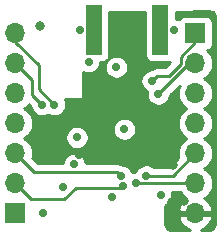
<source format=gbr>
%TF.GenerationSoftware,KiCad,Pcbnew,(5.1.2)-2*%
%TF.CreationDate,2021-02-26T22:53:36+01:00*%
%TF.ProjectId,NRF52_Basic,4e524635-325f-4426-9173-69632e6b6963,V1*%
%TF.SameCoordinates,Original*%
%TF.FileFunction,Copper,L4,Bot*%
%TF.FilePolarity,Positive*%
%FSLAX46Y46*%
G04 Gerber Fmt 4.6, Leading zero omitted, Abs format (unit mm)*
G04 Created by KiCad (PCBNEW (5.1.2)-2) date 2021-02-26 22:53:36*
%MOMM*%
%LPD*%
G04 APERTURE LIST*
%TA.AperFunction,SMDPad,CuDef*%
%ADD10R,1.350000X4.200000*%
%TD*%
%TA.AperFunction,ComponentPad*%
%ADD11O,1.700000X1.700000*%
%TD*%
%TA.AperFunction,ComponentPad*%
%ADD12R,1.700000X1.700000*%
%TD*%
%TA.AperFunction,ViaPad*%
%ADD13C,0.700000*%
%TD*%
%TA.AperFunction,ViaPad*%
%ADD14C,0.800000*%
%TD*%
%TA.AperFunction,Conductor*%
%ADD15C,0.250000*%
%TD*%
%TA.AperFunction,Conductor*%
%ADD16C,0.254000*%
%TD*%
G04 APERTURE END LIST*
D10*
%TO.P,J4,2*%
%TO.N,VSS*%
X149429240Y-75016360D03*
X143779240Y-75016360D03*
%TD*%
D11*
%TO.P,J2,7*%
%TO.N,0.27*%
X137139680Y-75285600D03*
%TO.P,J2,6*%
%TO.N,0.28*%
X137139680Y-77825600D03*
%TO.P,J2,5*%
%TO.N,0.29*%
X137139680Y-80365600D03*
%TO.P,J2,4*%
%TO.N,0.30*%
X137139680Y-82905600D03*
%TO.P,J2,3*%
%TO.N,0.05_RTS*%
X137139680Y-85445600D03*
%TO.P,J2,2*%
%TO.N,0.06_TX*%
X137139680Y-87985600D03*
D12*
%TO.P,J2,1*%
%TO.N,VSS*%
X137139680Y-90525600D03*
%TD*%
D11*
%TO.P,J1,7*%
%TO.N,VDD*%
X152379680Y-90525600D03*
%TO.P,J1,6*%
%TO.N,0.07_CTS*%
X152379680Y-87985600D03*
%TO.P,J1,5*%
%TO.N,0.08_RX*%
X152379680Y-85445600D03*
%TO.P,J1,4*%
%TO.N,SWO*%
X152379680Y-82905600D03*
%TO.P,J1,3*%
%TO.N,RESET_0.21*%
X152379680Y-80365600D03*
%TO.P,J1,2*%
%TO.N,SWDCLK*%
X152379680Y-77825600D03*
D12*
%TO.P,J1,1*%
%TO.N,SWDIO*%
X152379680Y-75285600D03*
%TD*%
D13*
%TO.N,VSS*%
X143347440Y-77703680D03*
X142590520Y-75026520D03*
X150591520Y-75016360D03*
X142356840Y-84114640D03*
X146370040Y-83418680D03*
X142123160Y-86400640D03*
X141213840Y-88341200D03*
X139496800Y-90545920D03*
X145689320Y-78160880D03*
D14*
X139227560Y-74696320D03*
D13*
X149443440Y-88991440D03*
X145293080Y-89154000D03*
%TO.N,SWDCLK*%
X149240240Y-80446880D03*
%TO.N,SWDIO*%
X148722080Y-79329280D03*
%TO.N,VDD*%
X142488920Y-85613240D03*
X143565880Y-80472280D03*
X150555960Y-90505280D03*
D14*
X140731240Y-85755480D03*
X150464520Y-86420960D03*
X150281640Y-85613240D03*
X151384000Y-89468960D03*
X150388320Y-89555320D03*
D13*
%TO.N,0.28*%
X139395200Y-81335880D03*
%TO.N,0.27*%
X140446760Y-81346040D03*
%TO.N,0.08_RX*%
X148214080Y-87360760D03*
%TO.N,0.07_CTS*%
X147365720Y-87985600D03*
%TO.N,0.06_TX*%
X146248120Y-88239600D03*
%TO.N,0.05_RTS*%
X146110960Y-87391240D03*
%TD*%
D15*
%TO.N,SWDCLK*%
X151861520Y-77825600D02*
X152379680Y-77825600D01*
X149240240Y-80446880D02*
X151861520Y-77825600D01*
%TO.N,SWDIO*%
X148722080Y-79329280D02*
X149138640Y-78912720D01*
X149138640Y-78912720D02*
X150114000Y-78912720D01*
X150114000Y-78912720D02*
X151124920Y-77901800D01*
X151124920Y-77901800D02*
X151124920Y-77322680D01*
X152393360Y-76054240D02*
X152393360Y-75343710D01*
X151124920Y-77322680D02*
X152393360Y-76054240D01*
%TO.N,0.28*%
X139395200Y-81335880D02*
X138582400Y-80523080D01*
X138582400Y-79268320D02*
X137139680Y-77825600D01*
X138582400Y-80523080D02*
X138582400Y-79268320D01*
%TO.N,0.27*%
X140446760Y-81346040D02*
X139115800Y-80015080D01*
X139115800Y-80015080D02*
X139115800Y-77972920D01*
X137133494Y-75990614D02*
X137133494Y-75311591D01*
X139115800Y-77972920D02*
X137133494Y-75990614D01*
%TO.N,0.08_RX*%
X148214080Y-87360760D02*
X148224240Y-87370920D01*
X150454360Y-87370920D02*
X152379680Y-85445600D01*
X148224240Y-87370920D02*
X150454360Y-87370920D01*
%TO.N,0.07_CTS*%
X147365720Y-87985600D02*
X152379680Y-87985600D01*
%TO.N,0.06_TX*%
X146248120Y-88239600D02*
X146121120Y-88366600D01*
X146121120Y-88366600D02*
X142234920Y-88366600D01*
X142234920Y-88366600D02*
X141290040Y-89311480D01*
X138465560Y-89311480D02*
X137139680Y-87985600D01*
X141290040Y-89311480D02*
X138465560Y-89311480D01*
%TO.N,0.05_RTS*%
X146110960Y-87391240D02*
X145745200Y-87025480D01*
X138719560Y-87025480D02*
X137139680Y-85445600D01*
X145745200Y-87025480D02*
X138719560Y-87025480D01*
%TD*%
D16*
%TO.N,VDD*%
G36*
X153671928Y-73452660D02*
G01*
X153761815Y-73478936D01*
X153844887Y-73522172D01*
X153917975Y-73580716D01*
X153978302Y-73652345D01*
X154023568Y-73734329D01*
X154052047Y-73823538D01*
X154065825Y-73944376D01*
X154020193Y-91404781D01*
X154008660Y-91534128D01*
X153982383Y-91624016D01*
X153939149Y-91707086D01*
X153880602Y-91780176D01*
X153808975Y-91840502D01*
X153726990Y-91885769D01*
X153637782Y-91914247D01*
X153516179Y-91928112D01*
X152843448Y-91929169D01*
X153010932Y-91869757D01*
X153261035Y-91720778D01*
X153477268Y-91525869D01*
X153651321Y-91292520D01*
X153776505Y-91029699D01*
X153821156Y-90882490D01*
X153699835Y-90652600D01*
X152506680Y-90652600D01*
X152506680Y-90672600D01*
X152252680Y-90672600D01*
X152252680Y-90652600D01*
X151059525Y-90652600D01*
X150938204Y-90882490D01*
X150982855Y-91029699D01*
X151108039Y-91292520D01*
X151282092Y-91525869D01*
X151498325Y-91720778D01*
X151748428Y-91869757D01*
X151920000Y-91930619D01*
X150333723Y-91933110D01*
X150208758Y-91920857D01*
X150119112Y-91893791D01*
X150036424Y-91849825D01*
X149963852Y-91790637D01*
X149904159Y-91718480D01*
X149859619Y-91636106D01*
X149831926Y-91546644D01*
X149818853Y-91422262D01*
X149804069Y-90011973D01*
X149806910Y-89983964D01*
X149803389Y-89947124D01*
X149803343Y-89942705D01*
X149800308Y-89914878D01*
X149799839Y-89909971D01*
X149910012Y-89864336D01*
X150071341Y-89756539D01*
X150208539Y-89619341D01*
X150316336Y-89458012D01*
X150390587Y-89278754D01*
X150428440Y-89088454D01*
X150428440Y-88894426D01*
X150398837Y-88745600D01*
X151102085Y-88745600D01*
X151138974Y-88814614D01*
X151324546Y-89040734D01*
X151550666Y-89226306D01*
X151615203Y-89260801D01*
X151498325Y-89330422D01*
X151282092Y-89525331D01*
X151108039Y-89758680D01*
X150982855Y-90021501D01*
X150938204Y-90168710D01*
X151059525Y-90398600D01*
X152252680Y-90398600D01*
X152252680Y-90378600D01*
X152506680Y-90378600D01*
X152506680Y-90398600D01*
X153699835Y-90398600D01*
X153821156Y-90168710D01*
X153776505Y-90021501D01*
X153651321Y-89758680D01*
X153477268Y-89525331D01*
X153261035Y-89330422D01*
X153144157Y-89260801D01*
X153208694Y-89226306D01*
X153434814Y-89040734D01*
X153620386Y-88814614D01*
X153758279Y-88556634D01*
X153843193Y-88276711D01*
X153871865Y-87985600D01*
X153843193Y-87694489D01*
X153758279Y-87414566D01*
X153620386Y-87156586D01*
X153434814Y-86930466D01*
X153208694Y-86744894D01*
X153153889Y-86715600D01*
X153208694Y-86686306D01*
X153434814Y-86500734D01*
X153620386Y-86274614D01*
X153758279Y-86016634D01*
X153843193Y-85736711D01*
X153871865Y-85445600D01*
X153843193Y-85154489D01*
X153758279Y-84874566D01*
X153620386Y-84616586D01*
X153434814Y-84390466D01*
X153208694Y-84204894D01*
X153153889Y-84175600D01*
X153208694Y-84146306D01*
X153434814Y-83960734D01*
X153620386Y-83734614D01*
X153758279Y-83476634D01*
X153843193Y-83196711D01*
X153871865Y-82905600D01*
X153843193Y-82614489D01*
X153758279Y-82334566D01*
X153620386Y-82076586D01*
X153434814Y-81850466D01*
X153208694Y-81664894D01*
X153153889Y-81635600D01*
X153208694Y-81606306D01*
X153434814Y-81420734D01*
X153620386Y-81194614D01*
X153758279Y-80936634D01*
X153843193Y-80656711D01*
X153871865Y-80365600D01*
X153843193Y-80074489D01*
X153758279Y-79794566D01*
X153620386Y-79536586D01*
X153434814Y-79310466D01*
X153208694Y-79124894D01*
X153153889Y-79095600D01*
X153208694Y-79066306D01*
X153434814Y-78880734D01*
X153620386Y-78654614D01*
X153758279Y-78396634D01*
X153843193Y-78116711D01*
X153871865Y-77825600D01*
X153843193Y-77534489D01*
X153758279Y-77254566D01*
X153620386Y-76996586D01*
X153434814Y-76770466D01*
X153404993Y-76745993D01*
X153473860Y-76725102D01*
X153584174Y-76666137D01*
X153680865Y-76586785D01*
X153760217Y-76490094D01*
X153819182Y-76379780D01*
X153855492Y-76260082D01*
X153867752Y-76135600D01*
X153867752Y-74435600D01*
X153855492Y-74311118D01*
X153819182Y-74191420D01*
X153760217Y-74081106D01*
X153680865Y-73984415D01*
X153584174Y-73905063D01*
X153473860Y-73846098D01*
X153354162Y-73809788D01*
X153229680Y-73797528D01*
X151529680Y-73797528D01*
X151405198Y-73809788D01*
X151285500Y-73846098D01*
X151175186Y-73905063D01*
X151078495Y-73984415D01*
X150999143Y-74081106D01*
X150982539Y-74112169D01*
X150878834Y-74069213D01*
X150742312Y-74042057D01*
X150742312Y-73454374D01*
X153544977Y-73441340D01*
X153671928Y-73452660D01*
X153671928Y-73452660D01*
G37*
X153671928Y-73452660D02*
X153761815Y-73478936D01*
X153844887Y-73522172D01*
X153917975Y-73580716D01*
X153978302Y-73652345D01*
X154023568Y-73734329D01*
X154052047Y-73823538D01*
X154065825Y-73944376D01*
X154020193Y-91404781D01*
X154008660Y-91534128D01*
X153982383Y-91624016D01*
X153939149Y-91707086D01*
X153880602Y-91780176D01*
X153808975Y-91840502D01*
X153726990Y-91885769D01*
X153637782Y-91914247D01*
X153516179Y-91928112D01*
X152843448Y-91929169D01*
X153010932Y-91869757D01*
X153261035Y-91720778D01*
X153477268Y-91525869D01*
X153651321Y-91292520D01*
X153776505Y-91029699D01*
X153821156Y-90882490D01*
X153699835Y-90652600D01*
X152506680Y-90652600D01*
X152506680Y-90672600D01*
X152252680Y-90672600D01*
X152252680Y-90652600D01*
X151059525Y-90652600D01*
X150938204Y-90882490D01*
X150982855Y-91029699D01*
X151108039Y-91292520D01*
X151282092Y-91525869D01*
X151498325Y-91720778D01*
X151748428Y-91869757D01*
X151920000Y-91930619D01*
X150333723Y-91933110D01*
X150208758Y-91920857D01*
X150119112Y-91893791D01*
X150036424Y-91849825D01*
X149963852Y-91790637D01*
X149904159Y-91718480D01*
X149859619Y-91636106D01*
X149831926Y-91546644D01*
X149818853Y-91422262D01*
X149804069Y-90011973D01*
X149806910Y-89983964D01*
X149803389Y-89947124D01*
X149803343Y-89942705D01*
X149800308Y-89914878D01*
X149799839Y-89909971D01*
X149910012Y-89864336D01*
X150071341Y-89756539D01*
X150208539Y-89619341D01*
X150316336Y-89458012D01*
X150390587Y-89278754D01*
X150428440Y-89088454D01*
X150428440Y-88894426D01*
X150398837Y-88745600D01*
X151102085Y-88745600D01*
X151138974Y-88814614D01*
X151324546Y-89040734D01*
X151550666Y-89226306D01*
X151615203Y-89260801D01*
X151498325Y-89330422D01*
X151282092Y-89525331D01*
X151108039Y-89758680D01*
X150982855Y-90021501D01*
X150938204Y-90168710D01*
X151059525Y-90398600D01*
X152252680Y-90398600D01*
X152252680Y-90378600D01*
X152506680Y-90378600D01*
X152506680Y-90398600D01*
X153699835Y-90398600D01*
X153821156Y-90168710D01*
X153776505Y-90021501D01*
X153651321Y-89758680D01*
X153477268Y-89525331D01*
X153261035Y-89330422D01*
X153144157Y-89260801D01*
X153208694Y-89226306D01*
X153434814Y-89040734D01*
X153620386Y-88814614D01*
X153758279Y-88556634D01*
X153843193Y-88276711D01*
X153871865Y-87985600D01*
X153843193Y-87694489D01*
X153758279Y-87414566D01*
X153620386Y-87156586D01*
X153434814Y-86930466D01*
X153208694Y-86744894D01*
X153153889Y-86715600D01*
X153208694Y-86686306D01*
X153434814Y-86500734D01*
X153620386Y-86274614D01*
X153758279Y-86016634D01*
X153843193Y-85736711D01*
X153871865Y-85445600D01*
X153843193Y-85154489D01*
X153758279Y-84874566D01*
X153620386Y-84616586D01*
X153434814Y-84390466D01*
X153208694Y-84204894D01*
X153153889Y-84175600D01*
X153208694Y-84146306D01*
X153434814Y-83960734D01*
X153620386Y-83734614D01*
X153758279Y-83476634D01*
X153843193Y-83196711D01*
X153871865Y-82905600D01*
X153843193Y-82614489D01*
X153758279Y-82334566D01*
X153620386Y-82076586D01*
X153434814Y-81850466D01*
X153208694Y-81664894D01*
X153153889Y-81635600D01*
X153208694Y-81606306D01*
X153434814Y-81420734D01*
X153620386Y-81194614D01*
X153758279Y-80936634D01*
X153843193Y-80656711D01*
X153871865Y-80365600D01*
X153843193Y-80074489D01*
X153758279Y-79794566D01*
X153620386Y-79536586D01*
X153434814Y-79310466D01*
X153208694Y-79124894D01*
X153153889Y-79095600D01*
X153208694Y-79066306D01*
X153434814Y-78880734D01*
X153620386Y-78654614D01*
X153758279Y-78396634D01*
X153843193Y-78116711D01*
X153871865Y-77825600D01*
X153843193Y-77534489D01*
X153758279Y-77254566D01*
X153620386Y-76996586D01*
X153434814Y-76770466D01*
X153404993Y-76745993D01*
X153473860Y-76725102D01*
X153584174Y-76666137D01*
X153680865Y-76586785D01*
X153760217Y-76490094D01*
X153819182Y-76379780D01*
X153855492Y-76260082D01*
X153867752Y-76135600D01*
X153867752Y-74435600D01*
X153855492Y-74311118D01*
X153819182Y-74191420D01*
X153760217Y-74081106D01*
X153680865Y-73984415D01*
X153584174Y-73905063D01*
X153473860Y-73846098D01*
X153354162Y-73809788D01*
X153229680Y-73797528D01*
X151529680Y-73797528D01*
X151405198Y-73809788D01*
X151285500Y-73846098D01*
X151175186Y-73905063D01*
X151078495Y-73984415D01*
X150999143Y-74081106D01*
X150982539Y-74112169D01*
X150878834Y-74069213D01*
X150742312Y-74042057D01*
X150742312Y-73454374D01*
X153544977Y-73441340D01*
X153671928Y-73452660D01*
G36*
X148116168Y-77116360D02*
G01*
X148128428Y-77240842D01*
X148164738Y-77360540D01*
X148223703Y-77470854D01*
X148303055Y-77567545D01*
X148399746Y-77646897D01*
X148510060Y-77705862D01*
X148629758Y-77742172D01*
X148754240Y-77754432D01*
X150104240Y-77754432D01*
X150207673Y-77744245D01*
X149799199Y-78152720D01*
X149175963Y-78152720D01*
X149138640Y-78149044D01*
X149101317Y-78152720D01*
X149101307Y-78152720D01*
X148989654Y-78163717D01*
X148846393Y-78207174D01*
X148714364Y-78277746D01*
X148633292Y-78344280D01*
X148625066Y-78344280D01*
X148434766Y-78382133D01*
X148255508Y-78456384D01*
X148094179Y-78564181D01*
X147956981Y-78701379D01*
X147849184Y-78862708D01*
X147774933Y-79041966D01*
X147737080Y-79232266D01*
X147737080Y-79426294D01*
X147774933Y-79616594D01*
X147849184Y-79795852D01*
X147956981Y-79957181D01*
X148094179Y-80094379D01*
X148255508Y-80202176D01*
X148282402Y-80213316D01*
X148255240Y-80349866D01*
X148255240Y-80543894D01*
X148293093Y-80734194D01*
X148367344Y-80913452D01*
X148475141Y-81074781D01*
X148612339Y-81211979D01*
X148773668Y-81319776D01*
X148952926Y-81394027D01*
X149143226Y-81431880D01*
X149337254Y-81431880D01*
X149527554Y-81394027D01*
X149706812Y-81319776D01*
X149868141Y-81211979D01*
X150005339Y-81074781D01*
X150113136Y-80913452D01*
X150187387Y-80734194D01*
X150225240Y-80543894D01*
X150225240Y-80536681D01*
X151039807Y-79722114D01*
X151001081Y-79794566D01*
X150916167Y-80074489D01*
X150887495Y-80365600D01*
X150916167Y-80656711D01*
X151001081Y-80936634D01*
X151138974Y-81194614D01*
X151324546Y-81420734D01*
X151550666Y-81606306D01*
X151605471Y-81635600D01*
X151550666Y-81664894D01*
X151324546Y-81850466D01*
X151138974Y-82076586D01*
X151001081Y-82334566D01*
X150916167Y-82614489D01*
X150887495Y-82905600D01*
X150916167Y-83196711D01*
X151001081Y-83476634D01*
X151138974Y-83734614D01*
X151324546Y-83960734D01*
X151550666Y-84146306D01*
X151605471Y-84175600D01*
X151550666Y-84204894D01*
X151324546Y-84390466D01*
X151138974Y-84616586D01*
X151001081Y-84874566D01*
X150916167Y-85154489D01*
X150887495Y-85445600D01*
X150916167Y-85736711D01*
X150938883Y-85811595D01*
X150139559Y-86610920D01*
X148857240Y-86610920D01*
X148841981Y-86595661D01*
X148680652Y-86487864D01*
X148501394Y-86413613D01*
X148311094Y-86375760D01*
X148117066Y-86375760D01*
X147926766Y-86413613D01*
X147747508Y-86487864D01*
X147586179Y-86595661D01*
X147448981Y-86732859D01*
X147341184Y-86894188D01*
X147297107Y-87000600D01*
X147268706Y-87000600D01*
X147078406Y-87038453D01*
X147037932Y-87055218D01*
X146983856Y-86924668D01*
X146876059Y-86763339D01*
X146738861Y-86626141D01*
X146577532Y-86518344D01*
X146398274Y-86444093D01*
X146207974Y-86406240D01*
X146188648Y-86406240D01*
X146169476Y-86390506D01*
X146037447Y-86319934D01*
X145894186Y-86276477D01*
X145782533Y-86265480D01*
X145782522Y-86265480D01*
X145745200Y-86261804D01*
X145707878Y-86265480D01*
X143100572Y-86265480D01*
X143070307Y-86113326D01*
X142996056Y-85934068D01*
X142888259Y-85772739D01*
X142751061Y-85635541D01*
X142589732Y-85527744D01*
X142410474Y-85453493D01*
X142220174Y-85415640D01*
X142026146Y-85415640D01*
X141835846Y-85453493D01*
X141656588Y-85527744D01*
X141495259Y-85635541D01*
X141358061Y-85772739D01*
X141250264Y-85934068D01*
X141176013Y-86113326D01*
X141145748Y-86265480D01*
X139034362Y-86265480D01*
X138580477Y-85811595D01*
X138603193Y-85736711D01*
X138631865Y-85445600D01*
X138603193Y-85154489D01*
X138518279Y-84874566D01*
X138380386Y-84616586D01*
X138194814Y-84390466D01*
X137968694Y-84204894D01*
X137913889Y-84175600D01*
X137968694Y-84146306D01*
X138125490Y-84017626D01*
X141371840Y-84017626D01*
X141371840Y-84211654D01*
X141409693Y-84401954D01*
X141483944Y-84581212D01*
X141591741Y-84742541D01*
X141728939Y-84879739D01*
X141890268Y-84987536D01*
X142069526Y-85061787D01*
X142259826Y-85099640D01*
X142453854Y-85099640D01*
X142644154Y-85061787D01*
X142823412Y-84987536D01*
X142984741Y-84879739D01*
X143121939Y-84742541D01*
X143229736Y-84581212D01*
X143303987Y-84401954D01*
X143341840Y-84211654D01*
X143341840Y-84017626D01*
X143303987Y-83827326D01*
X143229736Y-83648068D01*
X143121939Y-83486739D01*
X142984741Y-83349541D01*
X142943024Y-83321666D01*
X145385040Y-83321666D01*
X145385040Y-83515694D01*
X145422893Y-83705994D01*
X145497144Y-83885252D01*
X145604941Y-84046581D01*
X145742139Y-84183779D01*
X145903468Y-84291576D01*
X146082726Y-84365827D01*
X146273026Y-84403680D01*
X146467054Y-84403680D01*
X146657354Y-84365827D01*
X146836612Y-84291576D01*
X146997941Y-84183779D01*
X147135139Y-84046581D01*
X147242936Y-83885252D01*
X147317187Y-83705994D01*
X147355040Y-83515694D01*
X147355040Y-83321666D01*
X147317187Y-83131366D01*
X147242936Y-82952108D01*
X147135139Y-82790779D01*
X146997941Y-82653581D01*
X146836612Y-82545784D01*
X146657354Y-82471533D01*
X146467054Y-82433680D01*
X146273026Y-82433680D01*
X146082726Y-82471533D01*
X145903468Y-82545784D01*
X145742139Y-82653581D01*
X145604941Y-82790779D01*
X145497144Y-82952108D01*
X145422893Y-83131366D01*
X145385040Y-83321666D01*
X142943024Y-83321666D01*
X142823412Y-83241744D01*
X142644154Y-83167493D01*
X142453854Y-83129640D01*
X142259826Y-83129640D01*
X142069526Y-83167493D01*
X141890268Y-83241744D01*
X141728939Y-83349541D01*
X141591741Y-83486739D01*
X141483944Y-83648068D01*
X141409693Y-83827326D01*
X141371840Y-84017626D01*
X138125490Y-84017626D01*
X138194814Y-83960734D01*
X138380386Y-83734614D01*
X138518279Y-83476634D01*
X138603193Y-83196711D01*
X138631865Y-82905600D01*
X138603193Y-82614489D01*
X138518279Y-82334566D01*
X138380386Y-82076586D01*
X138194814Y-81850466D01*
X137968694Y-81664894D01*
X137913889Y-81635600D01*
X137968694Y-81606306D01*
X138194814Y-81420734D01*
X138289670Y-81305151D01*
X138410200Y-81425681D01*
X138410200Y-81432894D01*
X138448053Y-81623194D01*
X138522304Y-81802452D01*
X138630101Y-81963781D01*
X138767299Y-82100979D01*
X138928628Y-82208776D01*
X139107886Y-82283027D01*
X139298186Y-82320880D01*
X139492214Y-82320880D01*
X139682514Y-82283027D01*
X139861772Y-82208776D01*
X139913377Y-82174294D01*
X139980188Y-82218936D01*
X140159446Y-82293187D01*
X140349746Y-82331040D01*
X140543774Y-82331040D01*
X140734074Y-82293187D01*
X140913332Y-82218936D01*
X141074661Y-82111139D01*
X141211859Y-81973941D01*
X141319656Y-81812612D01*
X141393907Y-81633354D01*
X141431760Y-81443054D01*
X141431760Y-81249026D01*
X141393907Y-81058726D01*
X141319656Y-80879468D01*
X141308760Y-80863161D01*
X142774257Y-80853277D01*
X142799016Y-80850670D01*
X142822791Y-80843282D01*
X142844668Y-80831398D01*
X142863806Y-80815475D01*
X142879470Y-80796124D01*
X142891058Y-80774088D01*
X142898124Y-80750216D01*
X142900399Y-80725886D01*
X142893741Y-78581908D01*
X143060126Y-78650827D01*
X143250426Y-78688680D01*
X143444454Y-78688680D01*
X143634754Y-78650827D01*
X143814012Y-78576576D01*
X143975341Y-78468779D01*
X144112539Y-78331581D01*
X144220336Y-78170252D01*
X144294587Y-77990994D01*
X144332440Y-77800694D01*
X144332440Y-77754432D01*
X144454240Y-77754432D01*
X144578722Y-77742172D01*
X144698420Y-77705862D01*
X144808734Y-77646897D01*
X144895903Y-77575359D01*
X144816424Y-77694308D01*
X144742173Y-77873566D01*
X144704320Y-78063866D01*
X144704320Y-78257894D01*
X144742173Y-78448194D01*
X144816424Y-78627452D01*
X144924221Y-78788781D01*
X145061419Y-78925979D01*
X145222748Y-79033776D01*
X145402006Y-79108027D01*
X145592306Y-79145880D01*
X145786334Y-79145880D01*
X145976634Y-79108027D01*
X146155892Y-79033776D01*
X146317221Y-78925979D01*
X146454419Y-78788781D01*
X146562216Y-78627452D01*
X146636467Y-78448194D01*
X146674320Y-78257894D01*
X146674320Y-78063866D01*
X146636467Y-77873566D01*
X146562216Y-77694308D01*
X146454419Y-77532979D01*
X146317221Y-77395781D01*
X146155892Y-77287984D01*
X145976634Y-77213733D01*
X145786334Y-77175880D01*
X145592306Y-77175880D01*
X145402006Y-77213733D01*
X145222748Y-77287984D01*
X145061419Y-77395781D01*
X144977596Y-77479604D01*
X144984777Y-77470854D01*
X145043742Y-77360540D01*
X145080052Y-77240842D01*
X145092312Y-77116360D01*
X145092312Y-73480648D01*
X148116168Y-73466586D01*
X148116168Y-77116360D01*
X148116168Y-77116360D01*
G37*
X148116168Y-77116360D02*
X148128428Y-77240842D01*
X148164738Y-77360540D01*
X148223703Y-77470854D01*
X148303055Y-77567545D01*
X148399746Y-77646897D01*
X148510060Y-77705862D01*
X148629758Y-77742172D01*
X148754240Y-77754432D01*
X150104240Y-77754432D01*
X150207673Y-77744245D01*
X149799199Y-78152720D01*
X149175963Y-78152720D01*
X149138640Y-78149044D01*
X149101317Y-78152720D01*
X149101307Y-78152720D01*
X148989654Y-78163717D01*
X148846393Y-78207174D01*
X148714364Y-78277746D01*
X148633292Y-78344280D01*
X148625066Y-78344280D01*
X148434766Y-78382133D01*
X148255508Y-78456384D01*
X148094179Y-78564181D01*
X147956981Y-78701379D01*
X147849184Y-78862708D01*
X147774933Y-79041966D01*
X147737080Y-79232266D01*
X147737080Y-79426294D01*
X147774933Y-79616594D01*
X147849184Y-79795852D01*
X147956981Y-79957181D01*
X148094179Y-80094379D01*
X148255508Y-80202176D01*
X148282402Y-80213316D01*
X148255240Y-80349866D01*
X148255240Y-80543894D01*
X148293093Y-80734194D01*
X148367344Y-80913452D01*
X148475141Y-81074781D01*
X148612339Y-81211979D01*
X148773668Y-81319776D01*
X148952926Y-81394027D01*
X149143226Y-81431880D01*
X149337254Y-81431880D01*
X149527554Y-81394027D01*
X149706812Y-81319776D01*
X149868141Y-81211979D01*
X150005339Y-81074781D01*
X150113136Y-80913452D01*
X150187387Y-80734194D01*
X150225240Y-80543894D01*
X150225240Y-80536681D01*
X151039807Y-79722114D01*
X151001081Y-79794566D01*
X150916167Y-80074489D01*
X150887495Y-80365600D01*
X150916167Y-80656711D01*
X151001081Y-80936634D01*
X151138974Y-81194614D01*
X151324546Y-81420734D01*
X151550666Y-81606306D01*
X151605471Y-81635600D01*
X151550666Y-81664894D01*
X151324546Y-81850466D01*
X151138974Y-82076586D01*
X151001081Y-82334566D01*
X150916167Y-82614489D01*
X150887495Y-82905600D01*
X150916167Y-83196711D01*
X151001081Y-83476634D01*
X151138974Y-83734614D01*
X151324546Y-83960734D01*
X151550666Y-84146306D01*
X151605471Y-84175600D01*
X151550666Y-84204894D01*
X151324546Y-84390466D01*
X151138974Y-84616586D01*
X151001081Y-84874566D01*
X150916167Y-85154489D01*
X150887495Y-85445600D01*
X150916167Y-85736711D01*
X150938883Y-85811595D01*
X150139559Y-86610920D01*
X148857240Y-86610920D01*
X148841981Y-86595661D01*
X148680652Y-86487864D01*
X148501394Y-86413613D01*
X148311094Y-86375760D01*
X148117066Y-86375760D01*
X147926766Y-86413613D01*
X147747508Y-86487864D01*
X147586179Y-86595661D01*
X147448981Y-86732859D01*
X147341184Y-86894188D01*
X147297107Y-87000600D01*
X147268706Y-87000600D01*
X147078406Y-87038453D01*
X147037932Y-87055218D01*
X146983856Y-86924668D01*
X146876059Y-86763339D01*
X146738861Y-86626141D01*
X146577532Y-86518344D01*
X146398274Y-86444093D01*
X146207974Y-86406240D01*
X146188648Y-86406240D01*
X146169476Y-86390506D01*
X146037447Y-86319934D01*
X145894186Y-86276477D01*
X145782533Y-86265480D01*
X145782522Y-86265480D01*
X145745200Y-86261804D01*
X145707878Y-86265480D01*
X143100572Y-86265480D01*
X143070307Y-86113326D01*
X142996056Y-85934068D01*
X142888259Y-85772739D01*
X142751061Y-85635541D01*
X142589732Y-85527744D01*
X142410474Y-85453493D01*
X142220174Y-85415640D01*
X142026146Y-85415640D01*
X141835846Y-85453493D01*
X141656588Y-85527744D01*
X141495259Y-85635541D01*
X141358061Y-85772739D01*
X141250264Y-85934068D01*
X141176013Y-86113326D01*
X141145748Y-86265480D01*
X139034362Y-86265480D01*
X138580477Y-85811595D01*
X138603193Y-85736711D01*
X138631865Y-85445600D01*
X138603193Y-85154489D01*
X138518279Y-84874566D01*
X138380386Y-84616586D01*
X138194814Y-84390466D01*
X137968694Y-84204894D01*
X137913889Y-84175600D01*
X137968694Y-84146306D01*
X138125490Y-84017626D01*
X141371840Y-84017626D01*
X141371840Y-84211654D01*
X141409693Y-84401954D01*
X141483944Y-84581212D01*
X141591741Y-84742541D01*
X141728939Y-84879739D01*
X141890268Y-84987536D01*
X142069526Y-85061787D01*
X142259826Y-85099640D01*
X142453854Y-85099640D01*
X142644154Y-85061787D01*
X142823412Y-84987536D01*
X142984741Y-84879739D01*
X143121939Y-84742541D01*
X143229736Y-84581212D01*
X143303987Y-84401954D01*
X143341840Y-84211654D01*
X143341840Y-84017626D01*
X143303987Y-83827326D01*
X143229736Y-83648068D01*
X143121939Y-83486739D01*
X142984741Y-83349541D01*
X142943024Y-83321666D01*
X145385040Y-83321666D01*
X145385040Y-83515694D01*
X145422893Y-83705994D01*
X145497144Y-83885252D01*
X145604941Y-84046581D01*
X145742139Y-84183779D01*
X145903468Y-84291576D01*
X146082726Y-84365827D01*
X146273026Y-84403680D01*
X146467054Y-84403680D01*
X146657354Y-84365827D01*
X146836612Y-84291576D01*
X146997941Y-84183779D01*
X147135139Y-84046581D01*
X147242936Y-83885252D01*
X147317187Y-83705994D01*
X147355040Y-83515694D01*
X147355040Y-83321666D01*
X147317187Y-83131366D01*
X147242936Y-82952108D01*
X147135139Y-82790779D01*
X146997941Y-82653581D01*
X146836612Y-82545784D01*
X146657354Y-82471533D01*
X146467054Y-82433680D01*
X146273026Y-82433680D01*
X146082726Y-82471533D01*
X145903468Y-82545784D01*
X145742139Y-82653581D01*
X145604941Y-82790779D01*
X145497144Y-82952108D01*
X145422893Y-83131366D01*
X145385040Y-83321666D01*
X142943024Y-83321666D01*
X142823412Y-83241744D01*
X142644154Y-83167493D01*
X142453854Y-83129640D01*
X142259826Y-83129640D01*
X142069526Y-83167493D01*
X141890268Y-83241744D01*
X141728939Y-83349541D01*
X141591741Y-83486739D01*
X141483944Y-83648068D01*
X141409693Y-83827326D01*
X141371840Y-84017626D01*
X138125490Y-84017626D01*
X138194814Y-83960734D01*
X138380386Y-83734614D01*
X138518279Y-83476634D01*
X138603193Y-83196711D01*
X138631865Y-82905600D01*
X138603193Y-82614489D01*
X138518279Y-82334566D01*
X138380386Y-82076586D01*
X138194814Y-81850466D01*
X137968694Y-81664894D01*
X137913889Y-81635600D01*
X137968694Y-81606306D01*
X138194814Y-81420734D01*
X138289670Y-81305151D01*
X138410200Y-81425681D01*
X138410200Y-81432894D01*
X138448053Y-81623194D01*
X138522304Y-81802452D01*
X138630101Y-81963781D01*
X138767299Y-82100979D01*
X138928628Y-82208776D01*
X139107886Y-82283027D01*
X139298186Y-82320880D01*
X139492214Y-82320880D01*
X139682514Y-82283027D01*
X139861772Y-82208776D01*
X139913377Y-82174294D01*
X139980188Y-82218936D01*
X140159446Y-82293187D01*
X140349746Y-82331040D01*
X140543774Y-82331040D01*
X140734074Y-82293187D01*
X140913332Y-82218936D01*
X141074661Y-82111139D01*
X141211859Y-81973941D01*
X141319656Y-81812612D01*
X141393907Y-81633354D01*
X141431760Y-81443054D01*
X141431760Y-81249026D01*
X141393907Y-81058726D01*
X141319656Y-80879468D01*
X141308760Y-80863161D01*
X142774257Y-80853277D01*
X142799016Y-80850670D01*
X142822791Y-80843282D01*
X142844668Y-80831398D01*
X142863806Y-80815475D01*
X142879470Y-80796124D01*
X142891058Y-80774088D01*
X142898124Y-80750216D01*
X142900399Y-80725886D01*
X142893741Y-78581908D01*
X143060126Y-78650827D01*
X143250426Y-78688680D01*
X143444454Y-78688680D01*
X143634754Y-78650827D01*
X143814012Y-78576576D01*
X143975341Y-78468779D01*
X144112539Y-78331581D01*
X144220336Y-78170252D01*
X144294587Y-77990994D01*
X144332440Y-77800694D01*
X144332440Y-77754432D01*
X144454240Y-77754432D01*
X144578722Y-77742172D01*
X144698420Y-77705862D01*
X144808734Y-77646897D01*
X144895903Y-77575359D01*
X144816424Y-77694308D01*
X144742173Y-77873566D01*
X144704320Y-78063866D01*
X144704320Y-78257894D01*
X144742173Y-78448194D01*
X144816424Y-78627452D01*
X144924221Y-78788781D01*
X145061419Y-78925979D01*
X145222748Y-79033776D01*
X145402006Y-79108027D01*
X145592306Y-79145880D01*
X145786334Y-79145880D01*
X145976634Y-79108027D01*
X146155892Y-79033776D01*
X146317221Y-78925979D01*
X146454419Y-78788781D01*
X146562216Y-78627452D01*
X146636467Y-78448194D01*
X146674320Y-78257894D01*
X146674320Y-78063866D01*
X146636467Y-77873566D01*
X146562216Y-77694308D01*
X146454419Y-77532979D01*
X146317221Y-77395781D01*
X146155892Y-77287984D01*
X145976634Y-77213733D01*
X145786334Y-77175880D01*
X145592306Y-77175880D01*
X145402006Y-77213733D01*
X145222748Y-77287984D01*
X145061419Y-77395781D01*
X144977596Y-77479604D01*
X144984777Y-77470854D01*
X145043742Y-77360540D01*
X145080052Y-77240842D01*
X145092312Y-77116360D01*
X145092312Y-73480648D01*
X148116168Y-73466586D01*
X148116168Y-77116360D01*
%TD*%
M02*

</source>
